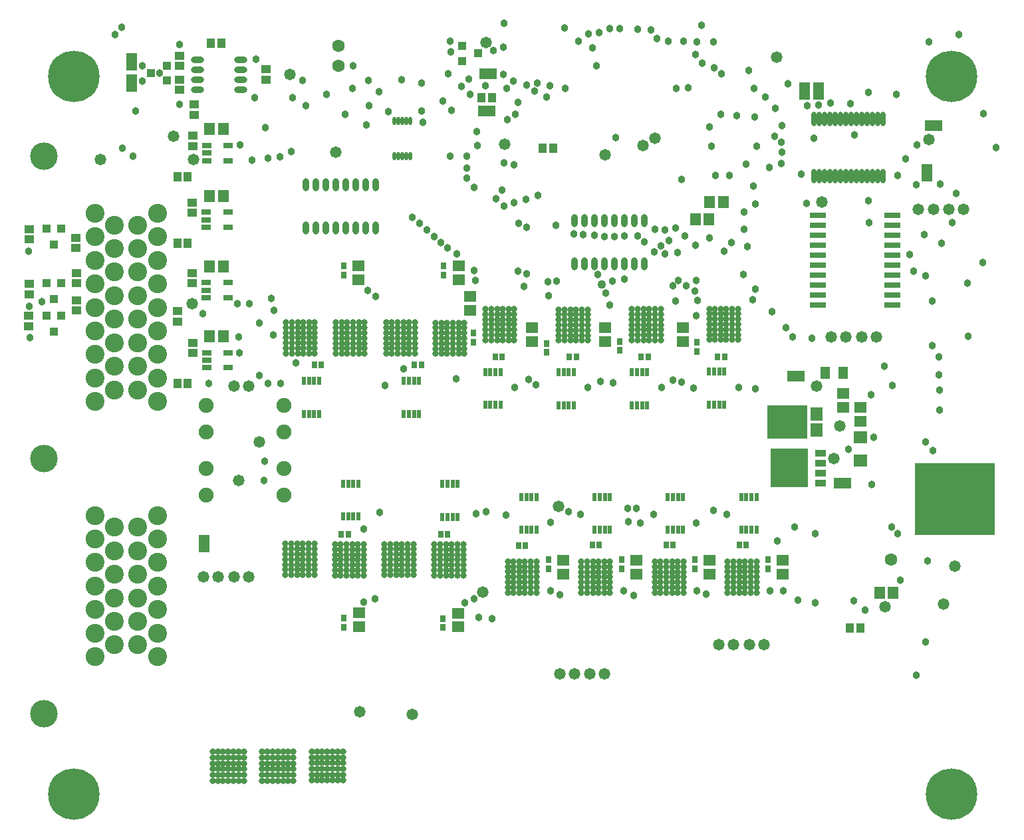
<source format=gbr>
%TF.GenerationSoftware,Altium Limited,Altium Designer,19.0.10 (269)*%
G04 Layer_Color=16711935*
%FSLAX26Y26*%
%MOIN*%
%TF.FileFunction,Soldermask,Bot*%
%TF.Part,Single*%
G01*
G75*
%TA.AperFunction,SMDPad,CuDef*%
%ADD77R,0.043433X0.039496*%
%ADD78O,0.027685X0.072961*%
%ADD79R,0.043433X0.047370*%
%ADD80R,0.061150X0.053276*%
%ADD81R,0.189102X0.193039*%
%ADD82R,0.053276X0.035559*%
%ADD83R,0.059181X0.065087*%
%ADD84R,0.200913X0.171386*%
%ADD85R,0.065087X0.061150*%
%ADD86R,0.039496X0.043433*%
%ADD87R,0.045402X0.041465*%
%ADD88R,0.047370X0.043433*%
%ADD89R,0.024535X0.043000*%
%ADD90R,0.031622X0.033197*%
%ADD91R,0.053276X0.061150*%
%ADD92O,0.031622X0.065087*%
%ADD93R,0.047370X0.031622*%
%ADD94R,0.082803X0.031622*%
%ADD95R,0.041465X0.045402*%
%ADD96O,0.065087X0.031622*%
%ADD97R,0.051307X0.059181*%
%ADD98O,0.017843X0.041465*%
%ADD99R,0.031622X0.037528*%
%ADD100R,0.053276X0.088709*%
%TA.AperFunction,ComponentPad*%
%ADD101C,0.074929*%
%TA.AperFunction,SMDPad,CuDef*%
%ADD102R,0.088709X0.053276*%
%TA.AperFunction,ViaPad*%
%ADD103C,0.258000*%
%TA.AperFunction,ComponentPad*%
%ADD104C,0.137921*%
%ADD105C,0.094614*%
%ADD106C,0.063118*%
%ADD107C,0.019811*%
%TA.AperFunction,SMDPad,CuDef*%
%ADD108R,0.401701X0.362331*%
%TA.AperFunction,ViaPad*%
%ADD109C,0.058000*%
%ADD110C,0.038000*%
%ADD111C,0.043000*%
%ADD112C,0.033000*%
%ADD113C,0.063000*%
D77*
X687630Y3917000D02*
D03*
X766370Y3879599D02*
D03*
Y3954402D02*
D03*
X2326370Y4016000D02*
D03*
X2247630Y4053401D02*
D03*
Y3978598D02*
D03*
D78*
X4010433Y3686717D02*
D03*
X4037047D02*
D03*
X4063661D02*
D03*
X4090276D02*
D03*
X4116890D02*
D03*
X4143504D02*
D03*
X4170118D02*
D03*
X4196732D02*
D03*
X4223346D02*
D03*
X4249961D02*
D03*
X4276575D02*
D03*
X4303189D02*
D03*
X4329803D02*
D03*
X4356417D02*
D03*
X4010433Y3401284D02*
D03*
X4037047D02*
D03*
X4063661D02*
D03*
X4090276D02*
D03*
X4116890D02*
D03*
X4143504D02*
D03*
X4170118D02*
D03*
X4196732D02*
D03*
X4223346D02*
D03*
X4249961D02*
D03*
X4276575D02*
D03*
X4303189D02*
D03*
X4329803D02*
D03*
X4356417D02*
D03*
D79*
X2345410Y3794638D02*
D03*
X2398559D02*
D03*
X2704575Y3542000D02*
D03*
X2651425D02*
D03*
X4242575Y1134356D02*
D03*
X4189425D02*
D03*
D80*
X2598291Y2639449D02*
D03*
Y2570551D02*
D03*
X2287000Y2797449D02*
D03*
Y2728551D02*
D03*
X4242966Y2172281D02*
D03*
Y2241179D02*
D03*
X4156184Y2241281D02*
D03*
Y2310179D02*
D03*
X2753200Y1473449D02*
D03*
Y1404551D02*
D03*
X2965713Y2570445D02*
D03*
Y2639343D02*
D03*
X3855464Y1473449D02*
D03*
Y1404551D02*
D03*
X2230502Y2949449D02*
D03*
Y2880551D02*
D03*
X1729065Y2949449D02*
D03*
Y2880551D02*
D03*
X2227935Y1139551D02*
D03*
Y1208449D02*
D03*
X1730458Y1140851D02*
D03*
Y1209748D02*
D03*
X3352677Y2571657D02*
D03*
Y2640555D02*
D03*
X3488042Y1473449D02*
D03*
Y1404551D02*
D03*
X3120621Y1473449D02*
D03*
Y1404551D02*
D03*
D81*
X3886104Y1935730D02*
D03*
D82*
X4043584Y1860730D02*
D03*
Y1910730D02*
D03*
Y1960730D02*
D03*
Y2010730D02*
D03*
D83*
X4024000Y2207000D02*
D03*
Y2127000D02*
D03*
D84*
X3878055Y2167000D02*
D03*
D85*
X4243184Y1975264D02*
D03*
Y2091405D02*
D03*
D86*
X201168Y2785000D02*
D03*
X238569Y2863740D02*
D03*
X163766D02*
D03*
X201000Y2621447D02*
D03*
X238401Y2700187D02*
D03*
X163598D02*
D03*
X163766Y3135780D02*
D03*
X238569D02*
D03*
X201168Y3057039D02*
D03*
D87*
X75832Y2648409D02*
D03*
Y2699590D02*
D03*
X314000Y2864409D02*
D03*
Y2915590D02*
D03*
X313000Y2726409D02*
D03*
Y2777590D02*
D03*
X830500Y3885091D02*
D03*
Y3833910D02*
D03*
X894951Y2915590D02*
D03*
Y2864409D02*
D03*
X822000Y2722590D02*
D03*
Y2671409D02*
D03*
X830000Y3952410D02*
D03*
Y4003591D02*
D03*
X312000Y3039410D02*
D03*
Y3090591D02*
D03*
X76000Y2808410D02*
D03*
Y2859591D02*
D03*
Y3082819D02*
D03*
Y3134000D02*
D03*
X895683Y3268787D02*
D03*
Y3217606D02*
D03*
X896817Y2563787D02*
D03*
Y2512606D02*
D03*
Y3603189D02*
D03*
Y3552008D02*
D03*
D88*
X905500Y3759242D02*
D03*
Y3706093D02*
D03*
X1264000Y3936575D02*
D03*
Y3883425D02*
D03*
D89*
X2620877Y1626106D02*
D03*
X2595286D02*
D03*
X2569696D02*
D03*
X2544105D02*
D03*
X2620877Y1791894D02*
D03*
X2595286D02*
D03*
X2569696D02*
D03*
X2544105D02*
D03*
X2988298Y1626106D02*
D03*
X2962707D02*
D03*
X2937117D02*
D03*
X2911526D02*
D03*
X2988298Y1791894D02*
D03*
X2962707D02*
D03*
X2937117D02*
D03*
X2911526D02*
D03*
X3355719Y1626106D02*
D03*
X3330129D02*
D03*
X3304538D02*
D03*
X3278948D02*
D03*
X3355719Y1791894D02*
D03*
X3330129D02*
D03*
X3304538D02*
D03*
X3278948D02*
D03*
X3723141Y1626106D02*
D03*
X3697550D02*
D03*
X3671960D02*
D03*
X3646369D02*
D03*
X3723141Y1791894D02*
D03*
X3697550D02*
D03*
X3671960D02*
D03*
X3646369D02*
D03*
X1530591Y2207106D02*
D03*
X1505000D02*
D03*
X1479409D02*
D03*
X1453819D02*
D03*
X1530591Y2372894D02*
D03*
X1505000D02*
D03*
X1479409D02*
D03*
X1453819D02*
D03*
X3485000Y2419000D02*
D03*
X3510591D02*
D03*
X3536181D02*
D03*
X3561772D02*
D03*
X3485000Y2253213D02*
D03*
X3510591D02*
D03*
X3536181D02*
D03*
X3561772D02*
D03*
X3098035Y2417787D02*
D03*
X3123626D02*
D03*
X3149217D02*
D03*
X3174807D02*
D03*
X3098035Y2252000D02*
D03*
X3123626D02*
D03*
X3149217D02*
D03*
X3174807D02*
D03*
X2730614Y2417894D02*
D03*
X2756205D02*
D03*
X2781795D02*
D03*
X2807386D02*
D03*
X2730614Y2252106D02*
D03*
X2756205D02*
D03*
X2781795D02*
D03*
X2807386D02*
D03*
X2363193Y2418364D02*
D03*
X2388784D02*
D03*
X2414374D02*
D03*
X2439965D02*
D03*
X2363193Y2252577D02*
D03*
X2388784D02*
D03*
X2414374D02*
D03*
X2439965D02*
D03*
X2032028Y2207106D02*
D03*
X2006437D02*
D03*
X1980847D02*
D03*
X1955256D02*
D03*
X2032028Y2372894D02*
D03*
X2006437D02*
D03*
X1980847D02*
D03*
X1955256D02*
D03*
X1727909Y1692406D02*
D03*
X1702319D02*
D03*
X1676728D02*
D03*
X1651138D02*
D03*
X1727909Y1858193D02*
D03*
X1702319D02*
D03*
X1676728D02*
D03*
X1651138D02*
D03*
X2225386Y1691106D02*
D03*
X2199795D02*
D03*
X2174205D02*
D03*
X2148614D02*
D03*
X2225386Y1856894D02*
D03*
X2199795D02*
D03*
X2174205D02*
D03*
X2148614D02*
D03*
D90*
X1676846Y1605299D02*
D03*
X1642201D02*
D03*
X2174323Y1604000D02*
D03*
X2139677D02*
D03*
X2529677Y1546000D02*
D03*
X2564323D02*
D03*
X2900677Y1550000D02*
D03*
X2935323D02*
D03*
X3270677Y1551352D02*
D03*
X3305323D02*
D03*
X3636677D02*
D03*
X3671323D02*
D03*
X1507677Y2455000D02*
D03*
X1542323D02*
D03*
X2447323Y2493118D02*
D03*
X2412677D02*
D03*
X3563323Y2493754D02*
D03*
X3528677D02*
D03*
X3180323Y2492541D02*
D03*
X3145677D02*
D03*
X2819323Y2492648D02*
D03*
X2784677D02*
D03*
X2009114Y2455000D02*
D03*
X2043760D02*
D03*
D91*
X3485449Y3183000D02*
D03*
X3416551D02*
D03*
X3488551Y3271000D02*
D03*
X3557449D02*
D03*
X4339551Y1311000D02*
D03*
X4408449D02*
D03*
X980551Y2948648D02*
D03*
X1049449D02*
D03*
X982417Y2596845D02*
D03*
X1051315D02*
D03*
X981284Y3301845D02*
D03*
X1050181D02*
D03*
X982417Y3636246D02*
D03*
X1051315D02*
D03*
D92*
X3161000Y2961716D02*
D03*
X3111000D02*
D03*
X3061000D02*
D03*
X3011000D02*
D03*
X2961000D02*
D03*
X2911000D02*
D03*
X2861000D02*
D03*
X2811000D02*
D03*
X3161000Y3176283D02*
D03*
X3111000D02*
D03*
X3061000D02*
D03*
X3011000D02*
D03*
X2961000D02*
D03*
X2911000D02*
D03*
X2861000D02*
D03*
X2811000D02*
D03*
X1815000Y3142069D02*
D03*
X1765000D02*
D03*
X1715000D02*
D03*
X1665000D02*
D03*
X1615000D02*
D03*
X1565000D02*
D03*
X1515000D02*
D03*
X1465000D02*
D03*
X1815000Y3356636D02*
D03*
X1765000D02*
D03*
X1715000D02*
D03*
X1665000D02*
D03*
X1615000D02*
D03*
X1565000D02*
D03*
X1515000D02*
D03*
X1465000D02*
D03*
D93*
X965000Y2791000D02*
D03*
Y2828402D02*
D03*
Y2865803D02*
D03*
X1073268D02*
D03*
Y2791000D02*
D03*
X966866Y2439197D02*
D03*
Y2476599D02*
D03*
Y2514000D02*
D03*
X1075134D02*
D03*
Y2439197D02*
D03*
X965732Y3144197D02*
D03*
Y3181599D02*
D03*
Y3219000D02*
D03*
X1074000D02*
D03*
Y3144197D02*
D03*
X966866Y3478598D02*
D03*
Y3516000D02*
D03*
Y3553401D02*
D03*
X1075134D02*
D03*
Y3478598D02*
D03*
D94*
X4030565Y2755000D02*
D03*
Y2805000D02*
D03*
Y2855000D02*
D03*
Y2905000D02*
D03*
Y2955000D02*
D03*
Y3005000D02*
D03*
Y3055000D02*
D03*
Y3105000D02*
D03*
Y3155000D02*
D03*
Y3205000D02*
D03*
X4404581Y2755000D02*
D03*
Y2805000D02*
D03*
Y2855000D02*
D03*
Y2905000D02*
D03*
Y2955000D02*
D03*
Y3005000D02*
D03*
Y3055000D02*
D03*
Y3105000D02*
D03*
Y3155000D02*
D03*
Y3205000D02*
D03*
D95*
X988409Y4068829D02*
D03*
X1039591D02*
D03*
X819276Y3064000D02*
D03*
X870457D02*
D03*
X820409Y2359000D02*
D03*
X871591D02*
D03*
X820409Y3398401D02*
D03*
X871591D02*
D03*
D96*
X1136284Y3985000D02*
D03*
Y3935000D02*
D03*
Y3885000D02*
D03*
Y3835000D02*
D03*
X921717Y3985000D02*
D03*
Y3935000D02*
D03*
Y3885000D02*
D03*
Y3835000D02*
D03*
D97*
X4156460Y2414694D02*
D03*
X4065909D02*
D03*
D98*
X1987370Y3501401D02*
D03*
X1967685D02*
D03*
X1948000D02*
D03*
X1928315D02*
D03*
X1908630D02*
D03*
X1987370Y3676598D02*
D03*
X1967685D02*
D03*
X1948000D02*
D03*
X1928315D02*
D03*
X1908630D02*
D03*
D99*
X2679814Y1431362D02*
D03*
Y1476638D02*
D03*
X2671000Y2516385D02*
D03*
Y2561661D02*
D03*
X3037730Y2526362D02*
D03*
Y2571638D02*
D03*
X3782078Y1431362D02*
D03*
Y1476638D02*
D03*
X2155148Y2905000D02*
D03*
Y2950276D02*
D03*
X1653711Y2905000D02*
D03*
Y2950276D02*
D03*
X2152000Y1181638D02*
D03*
Y1136362D02*
D03*
X1654523Y1182937D02*
D03*
Y1137661D02*
D03*
X3424695Y2521067D02*
D03*
Y2566343D02*
D03*
X2304256Y2567832D02*
D03*
Y2613108D02*
D03*
X3414657Y1431362D02*
D03*
Y1476638D02*
D03*
X3047235Y1431362D02*
D03*
Y1476638D02*
D03*
D100*
X592000Y3973500D02*
D03*
Y3868500D02*
D03*
X953102Y1557000D02*
D03*
X4034425Y3826000D02*
D03*
X3965425D02*
D03*
X4578000Y3416000D02*
D03*
D101*
X964724Y1933022D02*
D03*
X1355276D02*
D03*
X964724Y1799163D02*
D03*
X1355276D02*
D03*
X964449Y2250000D02*
D03*
X1355000D02*
D03*
X964449Y2116142D02*
D03*
X1355000D02*
D03*
D102*
X2376000Y3913000D02*
D03*
X3922000Y2396000D02*
D03*
X4153619Y1860730D02*
D03*
X4610000Y3653000D02*
D03*
X2371000Y3726000D02*
D03*
D103*
X4700000Y3900000D02*
D03*
Y300000D02*
D03*
X300000D02*
D03*
Y3900000D02*
D03*
D104*
X150000Y3500000D02*
D03*
Y1984252D02*
D03*
Y704724D02*
D03*
D105*
X720866Y990158D02*
D03*
Y1108268D02*
D03*
Y1226378D02*
D03*
Y1344488D02*
D03*
Y1462599D02*
D03*
Y1580709D02*
D03*
Y1698819D02*
D03*
X622441Y1049213D02*
D03*
Y1167323D02*
D03*
Y1285433D02*
D03*
Y1403543D02*
D03*
Y1521654D02*
D03*
Y1639764D02*
D03*
X504331Y1049213D02*
D03*
Y1167323D02*
D03*
Y1285433D02*
D03*
Y1403543D02*
D03*
Y1521654D02*
D03*
Y1639764D02*
D03*
X405906Y990158D02*
D03*
Y1108268D02*
D03*
Y1226378D02*
D03*
Y1344488D02*
D03*
Y1462599D02*
D03*
Y1580709D02*
D03*
Y1698819D02*
D03*
Y3214567D02*
D03*
Y3096457D02*
D03*
Y2978347D02*
D03*
Y2860236D02*
D03*
Y2742126D02*
D03*
Y2624016D02*
D03*
Y2505905D02*
D03*
Y2387795D02*
D03*
Y2269685D02*
D03*
X504331Y3155512D02*
D03*
Y3037402D02*
D03*
Y2919291D02*
D03*
Y2801181D02*
D03*
Y2683071D02*
D03*
Y2564961D02*
D03*
Y2446850D02*
D03*
Y2328740D02*
D03*
X622441Y3155512D02*
D03*
Y3037402D02*
D03*
Y2919291D02*
D03*
Y2801181D02*
D03*
Y2683071D02*
D03*
Y2564961D02*
D03*
Y2446850D02*
D03*
Y2328740D02*
D03*
X720866Y3214567D02*
D03*
Y3096457D02*
D03*
Y2978347D02*
D03*
Y2860236D02*
D03*
Y2742126D02*
D03*
Y2624016D02*
D03*
Y2505905D02*
D03*
Y2387795D02*
D03*
Y2269685D02*
D03*
D106*
X1628000Y3953449D02*
D03*
Y4053449D02*
D03*
D107*
X4740512Y1780000D02*
D03*
Y1827244D02*
D03*
Y1874488D02*
D03*
Y1921732D02*
D03*
Y1732756D02*
D03*
Y1685512D02*
D03*
Y1638268D02*
D03*
X4787756D02*
D03*
Y1685512D02*
D03*
Y1732756D02*
D03*
Y1921732D02*
D03*
Y1874488D02*
D03*
Y1827244D02*
D03*
Y1780000D02*
D03*
X4835000Y1638268D02*
D03*
Y1685512D02*
D03*
Y1732756D02*
D03*
Y1921732D02*
D03*
Y1874488D02*
D03*
Y1827244D02*
D03*
Y1780000D02*
D03*
X4882244Y1638268D02*
D03*
Y1685512D02*
D03*
Y1732756D02*
D03*
Y1921732D02*
D03*
Y1874488D02*
D03*
Y1827244D02*
D03*
Y1780000D02*
D03*
X4693268Y1638268D02*
D03*
Y1685512D02*
D03*
Y1732756D02*
D03*
Y1921732D02*
D03*
Y1874488D02*
D03*
Y1827244D02*
D03*
Y1780000D02*
D03*
X4646024Y1638268D02*
D03*
Y1685512D02*
D03*
Y1732756D02*
D03*
Y1921732D02*
D03*
Y1874488D02*
D03*
Y1827244D02*
D03*
Y1780000D02*
D03*
X4598780Y1638268D02*
D03*
Y1685512D02*
D03*
Y1732756D02*
D03*
Y1921732D02*
D03*
Y1874488D02*
D03*
Y1827244D02*
D03*
Y1780000D02*
D03*
X4551535Y1638268D02*
D03*
Y1685512D02*
D03*
Y1732756D02*
D03*
Y1921732D02*
D03*
Y1874488D02*
D03*
Y1827244D02*
D03*
Y1780000D02*
D03*
D108*
X4716890D02*
D03*
D109*
X4141500Y2148000D02*
D03*
X434000Y3484000D02*
D03*
X1103038Y2346000D02*
D03*
X1177038D02*
D03*
X951000Y1389000D02*
D03*
X1025000D02*
D03*
X1177450D02*
D03*
X1103450D02*
D03*
X2736000Y904000D02*
D03*
X2810000D02*
D03*
X2962450D02*
D03*
X2888450D02*
D03*
X3533584Y1051000D02*
D03*
X3607584D02*
D03*
X3760034D02*
D03*
X3686034D02*
D03*
X4097803Y2594000D02*
D03*
X4171803D02*
D03*
X4324254D02*
D03*
X4250254D02*
D03*
X4688000Y3233000D02*
D03*
X4762000D02*
D03*
X4609550D02*
D03*
X4535550D02*
D03*
X1615000Y3520000D02*
D03*
X1229510Y2066000D02*
D03*
X1128000Y1875000D02*
D03*
X894000Y2759000D02*
D03*
X902000Y3485000D02*
D03*
X802000Y3600000D02*
D03*
X2731000Y1743570D02*
D03*
X2459909Y3561000D02*
D03*
X2368000Y4071000D02*
D03*
X3823000Y3997000D02*
D03*
X2963000Y3506000D02*
D03*
X3213643Y3589000D02*
D03*
X4050000Y3269000D02*
D03*
X4587000Y3585000D02*
D03*
X4111000Y1985000D02*
D03*
X4367000Y1239000D02*
D03*
X2352000Y1314000D02*
D03*
X1998000Y700000D02*
D03*
X1384000Y3911000D02*
D03*
X4662000Y1253000D02*
D03*
X4716890Y1443000D02*
D03*
X3153000Y3552795D02*
D03*
X4023000Y2346000D02*
D03*
X1733000Y714000D02*
D03*
D110*
X731000Y3917000D02*
D03*
X645030Y3954500D02*
D03*
X644000Y3878500D02*
D03*
X541500Y4146500D02*
D03*
X610000Y3726000D02*
D03*
X829500Y3760500D02*
D03*
Y4061000D02*
D03*
X78500Y2746500D02*
D03*
X3656485Y2908015D02*
D03*
X3076500Y1734000D02*
D03*
X4784500Y2597500D02*
D03*
X4604500Y2551000D02*
D03*
X1399000Y3795000D02*
D03*
X4311000Y2090000D02*
D03*
X3012000Y3096245D02*
D03*
X2969000Y2815000D02*
D03*
X2928000Y2906024D02*
D03*
X1774685Y2826000D02*
D03*
X949000Y2710000D02*
D03*
X2690000Y1663328D02*
D03*
X2260263Y1260000D02*
D03*
X2363000Y3855000D02*
D03*
X2454000Y3910000D02*
D03*
X2760000Y4144000D02*
D03*
X2459000Y4166000D02*
D03*
X2403000Y4029000D02*
D03*
X2288000Y3811000D02*
D03*
X3787000Y3444000D02*
D03*
X3847000Y3465000D02*
D03*
X4034000Y3757000D02*
D03*
X4093000Y3768000D02*
D03*
X3977000Y3754000D02*
D03*
X1206000Y3794000D02*
D03*
X1449000Y3879000D02*
D03*
X1778000Y3880000D02*
D03*
X1780000Y3755000D02*
D03*
X1699000Y3840000D02*
D03*
X1700409Y3954410D02*
D03*
X2177000Y3913000D02*
D03*
X2195400Y3729000D02*
D03*
X2050000Y3672000D02*
D03*
X2472000Y3841000D02*
D03*
X2281000Y3887000D02*
D03*
X2192000Y4024000D02*
D03*
X1214000Y3986000D02*
D03*
X4645000Y3361000D02*
D03*
X4010000Y3589000D02*
D03*
X3509000Y4074000D02*
D03*
X3715000Y3696000D02*
D03*
X3498000Y3550000D02*
D03*
X2682000Y2801181D02*
D03*
X3716000Y3259000D02*
D03*
Y2334000D02*
D03*
X3802000Y2720000D02*
D03*
X3705000Y2781000D02*
D03*
X3062000Y2884000D02*
D03*
X2940000Y2371000D02*
D03*
X3002000Y2875000D02*
D03*
X2782000Y1717000D02*
D03*
X2366000D02*
D03*
X2318000Y1707000D02*
D03*
X2716000Y3155000D02*
D03*
X2678000Y2869000D02*
D03*
X2720000Y2875000D02*
D03*
X3670000Y3459000D02*
D03*
X2416000Y3286000D02*
D03*
X2571000Y3143000D02*
D03*
X2508000Y3268000D02*
D03*
X2567000Y3284000D02*
D03*
X2506000Y3458000D02*
D03*
X2456000Y3467000D02*
D03*
X3409000Y2338000D02*
D03*
X3331000Y2878000D02*
D03*
X3265000Y3011000D02*
D03*
X3285000Y3078000D02*
D03*
X3543600Y3709000D02*
D03*
X2151000Y3777000D02*
D03*
X2270000Y3441000D02*
D03*
X3625000Y3703000D02*
D03*
X3547000Y3914000D02*
D03*
X4425000Y3811000D02*
D03*
X3487000Y3646000D02*
D03*
X3848000Y3571000D02*
D03*
X3586000Y3405000D02*
D03*
X3723000Y3550000D02*
D03*
X2764000Y3842000D02*
D03*
X2671000Y3796000D02*
D03*
X2569696Y3858000D02*
D03*
X2625000Y3867000D02*
D03*
X2686000Y3855000D02*
D03*
X3322000Y3840000D02*
D03*
X2572000Y2909000D02*
D03*
X3712000Y3842000D02*
D03*
X3716000Y2833000D02*
D03*
X3421000Y2701000D02*
D03*
X543500Y3541000D02*
D03*
X3037000Y4141000D02*
D03*
X2882000Y4115000D02*
D03*
X2934000Y4120000D02*
D03*
X2902000Y4044000D02*
D03*
X2187000Y4078000D02*
D03*
X2616000Y2354000D02*
D03*
X2580000Y2380000D02*
D03*
X4586000Y4075000D02*
D03*
X3305000Y2376000D02*
D03*
X3160000Y3069000D02*
D03*
X2989000Y2753000D02*
D03*
X3081000Y1666000D02*
D03*
X3142000Y1660000D02*
D03*
X3413000Y2824000D02*
D03*
X3420000Y1662000D02*
D03*
X3212000Y3022000D02*
D03*
X3319000Y2773000D02*
D03*
X3245000Y3049000D02*
D03*
X3126000Y3100000D02*
D03*
X3213000Y3133000D02*
D03*
X3828000Y1570000D02*
D03*
X2910000Y3103000D02*
D03*
X2855000Y3106000D02*
D03*
X2808000Y3111000D02*
D03*
X3419000Y3054000D02*
D03*
X3363000Y3100000D02*
D03*
X3316000Y3139000D02*
D03*
X3328843Y3016000D02*
D03*
X3265000Y3131000D02*
D03*
X3381000Y3843000D02*
D03*
X3447000Y4158000D02*
D03*
X4738000Y4112000D02*
D03*
X4607000Y2025000D02*
D03*
X4570000Y2066000D02*
D03*
X3120000Y1735000D02*
D03*
X4527000Y3556000D02*
D03*
X4470000Y3486000D02*
D03*
X3851000Y3520000D02*
D03*
X4925000Y3543000D02*
D03*
X4300000Y1854500D02*
D03*
X4400000Y1641000D02*
D03*
X3914236D02*
D03*
X3507000Y1725000D02*
D03*
X3371000Y2850000D02*
D03*
X2558000Y2848000D02*
D03*
X3428386Y2776106D02*
D03*
X3768000Y3796000D02*
D03*
X3817000Y3741000D02*
D03*
X3852000Y3654000D02*
D03*
X3973000Y3263000D02*
D03*
X3814000Y3602000D02*
D03*
X3679000Y3046000D02*
D03*
X3489000Y3090000D02*
D03*
X2531000Y3164000D02*
D03*
X3903000Y2594000D02*
D03*
X3872000Y2642000D02*
D03*
X4001000Y2588000D02*
D03*
X2219000Y2385000D02*
D03*
X2331000Y1186000D02*
D03*
X3195112Y4134500D02*
D03*
X3510000Y3945000D02*
D03*
X3451000Y3967000D02*
D03*
X3416000Y4009000D02*
D03*
X3423000Y4074000D02*
D03*
X3357000Y4076000D02*
D03*
X3281000Y4077000D02*
D03*
X3225000Y4090000D02*
D03*
X3126000Y4136000D02*
D03*
X599000Y3499000D02*
D03*
X2920000Y3954410D02*
D03*
X2987000Y4139000D02*
D03*
X507139Y4109000D02*
D03*
X3685000Y3930000D02*
D03*
X2505000Y3876000D02*
D03*
X3516000Y3403000D02*
D03*
X3346000Y3384000D02*
D03*
X4861000Y3715000D02*
D03*
X4432000Y1607000D02*
D03*
X4211000Y1272000D02*
D03*
X2447000Y3329000D02*
D03*
X3559281Y3024000D02*
D03*
X2457711Y3251000D02*
D03*
X2627000Y3304000D02*
D03*
X3060000Y3099000D02*
D03*
X2962000Y3097000D02*
D03*
X3659597Y3221000D02*
D03*
X3660000Y3134000D02*
D03*
X3598000Y3068000D02*
D03*
X2526000Y2924000D02*
D03*
X4444000Y1375000D02*
D03*
X1339000Y2361000D02*
D03*
X1953000Y2434000D02*
D03*
X4523000Y897000D02*
D03*
X4582000Y1469000D02*
D03*
X3946000Y3410000D02*
D03*
X3880000Y3864000D02*
D03*
X4524000Y3356000D02*
D03*
X2475000Y3685000D02*
D03*
X2515000Y3712000D02*
D03*
X2527000Y3770000D02*
D03*
X2610000Y3827000D02*
D03*
X2398000Y1179000D02*
D03*
X1754000Y1263000D02*
D03*
X1811000Y1282000D02*
D03*
X2511491Y2341470D02*
D03*
X2878912Y2341000D02*
D03*
X3246334Y2340894D02*
D03*
X3633298Y2342106D02*
D03*
X3574843Y1703000D02*
D03*
X3207421D02*
D03*
X2840000D02*
D03*
X2469000Y1700000D02*
D03*
X3303000Y2849000D02*
D03*
X3349000Y2367000D02*
D03*
X4642000Y2228000D02*
D03*
X3005000Y2364000D02*
D03*
X4642000Y2326000D02*
D03*
X4298500Y2305500D02*
D03*
X4639000Y2404000D02*
D03*
Y2495000D02*
D03*
X4287000Y3167000D02*
D03*
X4284000Y3276000D02*
D03*
X3016000Y3594000D02*
D03*
X3708000Y3349000D02*
D03*
X4725000Y3315000D02*
D03*
X4570000Y1063000D02*
D03*
X4269000Y1225000D02*
D03*
X2044000Y3868000D02*
D03*
X4019000Y1608000D02*
D03*
Y1262000D02*
D03*
X3932000Y1274000D02*
D03*
X2831000Y4077000D02*
D03*
X2455000Y4046000D02*
D03*
X2245000Y3852000D02*
D03*
X4214000Y3607000D02*
D03*
X4285000Y3819000D02*
D03*
X4195000Y3764000D02*
D03*
X4432000Y3403000D02*
D03*
X4603000Y2775000D02*
D03*
X4492000Y3008000D02*
D03*
X4512000Y2924000D02*
D03*
X4571000Y2901000D02*
D03*
X4563000Y3108000D02*
D03*
X3421000Y2876636D02*
D03*
X4858000Y2966000D02*
D03*
X3859000Y1320000D02*
D03*
X4650000Y3063000D02*
D03*
X4781000Y2863000D02*
D03*
X3472000Y1303000D02*
D03*
X4704000Y3167000D02*
D03*
X3108000Y1298000D02*
D03*
X2739000Y1300000D02*
D03*
X2043000Y3727000D02*
D03*
X1878000Y3724000D02*
D03*
X2308000Y3343000D02*
D03*
X2270000Y3389000D02*
D03*
X2308000Y2926000D02*
D03*
X2314000Y2878000D02*
D03*
X3792264Y1321151D02*
D03*
X3424843D02*
D03*
X3057421D02*
D03*
X2690000D02*
D03*
X1860000Y2350000D02*
D03*
X4363000Y2448000D02*
D03*
X4405000Y2349000D02*
D03*
X1390800Y3524000D02*
D03*
X1134000Y3557000D02*
D03*
X1195000Y3480000D02*
D03*
X1122000Y2760000D02*
D03*
X1182000Y2759000D02*
D03*
X1132000Y2514000D02*
D03*
X2308477Y1280701D02*
D03*
X2174205Y3039000D02*
D03*
X2221000Y3012000D02*
D03*
X2324000Y3553000D02*
D03*
X1835000Y1714000D02*
D03*
X1414000Y2464000D02*
D03*
X1754000Y1632000D02*
D03*
X81000Y2590000D02*
D03*
X2322000Y3624000D02*
D03*
X1274000Y3492000D02*
D03*
X2142000Y3067000D02*
D03*
X2106000Y3097000D02*
D03*
X2070000Y3131000D02*
D03*
X2034000Y3165000D02*
D03*
X1999000Y3195000D02*
D03*
X1831000Y3824000D02*
D03*
X2270000Y3500000D02*
D03*
X1299755Y2603000D02*
D03*
X1815000Y2798000D02*
D03*
X2189000Y3501000D02*
D03*
X1305000Y2726000D02*
D03*
X140000Y2772000D02*
D03*
X75000Y3023000D02*
D03*
X1662000Y3712000D02*
D03*
X1566000Y3810000D02*
D03*
X1126000Y2594000D02*
D03*
X1944000Y3883000D02*
D03*
X1464000Y3755000D02*
D03*
X1766000Y3656000D02*
D03*
X1334000Y3497000D02*
D03*
X1230000Y2402000D02*
D03*
X1274000Y2359000D02*
D03*
X1262000Y3645000D02*
D03*
X1290000Y2786000D02*
D03*
X1230000Y2665000D02*
D03*
X1255000Y1875000D02*
D03*
X1256000Y1971000D02*
D03*
X978000Y2361000D02*
D03*
X4184000Y2032000D02*
D03*
D111*
X2948976Y2856342D02*
D03*
D112*
X3099000Y2707000D02*
D03*
Y2629000D02*
D03*
Y2655000D02*
D03*
Y2681000D02*
D03*
X3127800Y2707000D02*
D03*
Y2681000D02*
D03*
Y2629000D02*
D03*
X3099000Y2603000D02*
D03*
X3921200Y2233000D02*
D03*
X3950000D02*
D03*
X3892400D02*
D03*
X3921200Y2207000D02*
D03*
X3863600Y2233000D02*
D03*
X3834800D02*
D03*
X3214200Y2733000D02*
D03*
X3185400D02*
D03*
X3214200Y2707000D02*
D03*
X3185400D02*
D03*
X3214200Y2681000D02*
D03*
X3185400D02*
D03*
X3214200Y2655000D02*
D03*
X3185400D02*
D03*
X3214200Y2629000D02*
D03*
X3185400D02*
D03*
X3214200Y2603000D02*
D03*
X3185400D02*
D03*
X3214200Y2577000D02*
D03*
X3243000Y2733000D02*
D03*
X3357643Y1415000D02*
D03*
Y1441000D02*
D03*
X3328843D02*
D03*
Y1467000D02*
D03*
X3213643D02*
D03*
X2960200D02*
D03*
Y1441000D02*
D03*
X2989000Y1415000D02*
D03*
Y1441000D02*
D03*
Y1467000D02*
D03*
X2960200Y1415000D02*
D03*
X2931400Y1441000D02*
D03*
X2902600D02*
D03*
X2931400Y1415000D02*
D03*
X2902600D02*
D03*
X2873800D02*
D03*
X3814000Y1910000D02*
D03*
Y1858000D02*
D03*
X3842800Y1910000D02*
D03*
X3814000Y1884000D02*
D03*
X3842800Y1858000D02*
D03*
X3871600Y1910000D02*
D03*
X3842800Y1884000D02*
D03*
X3871600Y1858000D02*
D03*
X3900400Y1910000D02*
D03*
X3871600Y1884000D02*
D03*
X3900400Y1858000D02*
D03*
X3929200Y1910000D02*
D03*
X3900400Y1884000D02*
D03*
X3929200Y1858000D02*
D03*
X3958000Y1910000D02*
D03*
X3929200Y1884000D02*
D03*
X3958000Y1858000D02*
D03*
X2142800Y2535000D02*
D03*
Y2509000D02*
D03*
X2114000Y2587000D02*
D03*
X2142800Y2561000D02*
D03*
X2114000Y2509000D02*
D03*
Y2535000D02*
D03*
X2229200Y2509000D02*
D03*
X2200400D02*
D03*
X2171600D02*
D03*
X2200400Y2561000D02*
D03*
Y2535000D02*
D03*
X2171600Y2613000D02*
D03*
X2200400Y2587000D02*
D03*
X2171600Y2535000D02*
D03*
Y2561000D02*
D03*
Y2587000D02*
D03*
X2142800Y2639000D02*
D03*
Y2587000D02*
D03*
Y2613000D02*
D03*
X2114000Y2665000D02*
D03*
Y2613000D02*
D03*
X2142800Y2665000D02*
D03*
X2114000Y2639000D02*
D03*
X2365000Y2630000D02*
D03*
Y2682000D02*
D03*
Y2708000D02*
D03*
Y2656000D02*
D03*
X2393800Y2630000D02*
D03*
X1982200Y2510000D02*
D03*
X3243000Y2577000D02*
D03*
Y2603000D02*
D03*
Y2629000D02*
D03*
Y2655000D02*
D03*
Y2681000D02*
D03*
Y2707000D02*
D03*
X3185400Y2577000D02*
D03*
X2960200Y1337000D02*
D03*
Y1311000D02*
D03*
X2989000Y1389000D02*
D03*
X2960200Y1363000D02*
D03*
X2989000Y1311000D02*
D03*
Y1337000D02*
D03*
X2931400Y1311000D02*
D03*
X2902600D02*
D03*
X2931400Y1337000D02*
D03*
X2989000Y1363000D02*
D03*
X2845000D02*
D03*
Y1311000D02*
D03*
Y1337000D02*
D03*
X2873800Y1389000D02*
D03*
Y1311000D02*
D03*
Y1337000D02*
D03*
Y1363000D02*
D03*
X2902600D02*
D03*
Y1337000D02*
D03*
Y1389000D02*
D03*
X2960200D02*
D03*
X2931400D02*
D03*
Y1363000D02*
D03*
Y1467000D02*
D03*
X2845000Y1441000D02*
D03*
Y1389000D02*
D03*
Y1467000D02*
D03*
Y1415000D02*
D03*
X2873800Y1441000D02*
D03*
X2902600Y1467000D02*
D03*
X2873800D02*
D03*
X3127800Y2603000D02*
D03*
Y2577000D02*
D03*
X3099000D02*
D03*
X3156600D02*
D03*
X2818400Y2576000D02*
D03*
X2789600D02*
D03*
X2760800D02*
D03*
X2789600Y2602000D02*
D03*
X2760800D02*
D03*
X2732000D02*
D03*
X2760800Y2654000D02*
D03*
Y2628000D02*
D03*
Y2680000D02*
D03*
X2732000Y2706000D02*
D03*
X2760800D02*
D03*
X2732000Y2732000D02*
D03*
X2876000Y2628000D02*
D03*
Y2576000D02*
D03*
Y2602000D02*
D03*
X2847200Y2654000D02*
D03*
Y2602000D02*
D03*
Y2576000D02*
D03*
Y2628000D02*
D03*
X2818400Y2680000D02*
D03*
X2847200D02*
D03*
X2876000Y2654000D02*
D03*
Y2680000D02*
D03*
Y2706000D02*
D03*
X3543600Y2579000D02*
D03*
X3958000Y1884000D02*
D03*
X3929200Y1936000D02*
D03*
X3958000D02*
D03*
X3929200Y1962000D02*
D03*
X3958000D02*
D03*
X3929200Y1988000D02*
D03*
X3958000D02*
D03*
X3929200Y2014000D02*
D03*
X3814000Y1936000D02*
D03*
Y2014000D02*
D03*
Y1988000D02*
D03*
X3871600D02*
D03*
X3842800Y1962000D02*
D03*
Y1988000D02*
D03*
X3814000Y1962000D02*
D03*
X3842800Y2014000D02*
D03*
Y1936000D02*
D03*
X3871600D02*
D03*
Y2014000D02*
D03*
X3900400Y1936000D02*
D03*
X3871600Y1962000D02*
D03*
X3900400Y2014000D02*
D03*
Y1988000D02*
D03*
Y1962000D02*
D03*
X3958000Y2014000D02*
D03*
X3834800Y2129000D02*
D03*
Y2103000D02*
D03*
X3863600Y2129000D02*
D03*
X2171600Y2639000D02*
D03*
Y2665000D02*
D03*
X2229200Y2639000D02*
D03*
X2200400Y2665000D02*
D03*
Y2639000D02*
D03*
Y2613000D02*
D03*
X2229200Y2535000D02*
D03*
X2258000Y2587000D02*
D03*
X2229200D02*
D03*
Y2613000D02*
D03*
X2258000D02*
D03*
X2229200Y2561000D02*
D03*
X2258000Y2535000D02*
D03*
Y2561000D02*
D03*
X2114000D02*
D03*
X3806000Y2207000D02*
D03*
Y2129000D02*
D03*
Y2155000D02*
D03*
Y2181000D02*
D03*
X3834800Y2155000D02*
D03*
Y2181000D02*
D03*
Y2207000D02*
D03*
X3863600D02*
D03*
Y2181000D02*
D03*
Y2155000D02*
D03*
X3892400Y2181000D02*
D03*
Y2207000D02*
D03*
X3806000Y2233000D02*
D03*
Y2103000D02*
D03*
X3607800Y1338000D02*
D03*
Y1312000D02*
D03*
X3636600Y1390000D02*
D03*
X3607800Y1364000D02*
D03*
X3636600Y1312000D02*
D03*
Y1338000D02*
D03*
Y1364000D02*
D03*
X3665400Y1416000D02*
D03*
X3694200Y1364000D02*
D03*
X3665400Y1338000D02*
D03*
Y1364000D02*
D03*
Y1390000D02*
D03*
X3694200Y1468000D02*
D03*
X3665400Y1442000D02*
D03*
X3723000Y1416000D02*
D03*
X3694200Y1390000D02*
D03*
Y1416000D02*
D03*
X3723000Y1390000D02*
D03*
X3694200Y1442000D02*
D03*
X3723000D02*
D03*
X3694200Y1338000D02*
D03*
X3665400Y1312000D02*
D03*
X3723000Y1338000D02*
D03*
X3694200Y1312000D02*
D03*
X3723000Y1364000D02*
D03*
X1758000Y2614000D02*
D03*
Y2666000D02*
D03*
Y2640000D02*
D03*
X1729200Y2588000D02*
D03*
Y2666000D02*
D03*
Y2640000D02*
D03*
Y2614000D02*
D03*
X1700400Y2588000D02*
D03*
Y2666000D02*
D03*
Y2614000D02*
D03*
X1671600D02*
D03*
Y2666000D02*
D03*
X1700400Y2640000D02*
D03*
X1867000Y2510000D02*
D03*
X1895800D02*
D03*
X1887800Y1529000D02*
D03*
X1859000D02*
D03*
Y1503000D02*
D03*
Y1555000D02*
D03*
X1365000Y2667000D02*
D03*
X1393800Y2615000D02*
D03*
X1365000Y2589000D02*
D03*
Y2615000D02*
D03*
Y2641000D02*
D03*
Y2563000D02*
D03*
X1393800Y2667000D02*
D03*
X1422600Y2615000D02*
D03*
X1393800Y2589000D02*
D03*
X1451400Y2615000D02*
D03*
X1422600Y2589000D02*
D03*
Y2667000D02*
D03*
Y2641000D02*
D03*
X1393800D02*
D03*
Y2563000D02*
D03*
X1422600D02*
D03*
X1451400Y2667000D02*
D03*
X1480200Y2615000D02*
D03*
X1451400Y2589000D02*
D03*
Y2641000D02*
D03*
Y2563000D02*
D03*
X1480200D02*
D03*
Y2537000D02*
D03*
Y2589000D02*
D03*
X1509000Y2537000D02*
D03*
Y2511000D02*
D03*
X1480200Y2641000D02*
D03*
X1509000Y2589000D02*
D03*
Y2615000D02*
D03*
Y2641000D02*
D03*
X1393800Y2537000D02*
D03*
X1365000D02*
D03*
Y2511000D02*
D03*
X1393800D02*
D03*
X1422600Y2537000D02*
D03*
Y2511000D02*
D03*
X2258000Y2665000D02*
D03*
X2229200D02*
D03*
X2258000Y2639000D02*
D03*
Y2509000D02*
D03*
X1867000Y2588000D02*
D03*
Y2536000D02*
D03*
Y2562000D02*
D03*
Y2614000D02*
D03*
Y2640000D02*
D03*
Y2666000D02*
D03*
X1895800D02*
D03*
Y2640000D02*
D03*
Y2614000D02*
D03*
Y2562000D02*
D03*
Y2536000D02*
D03*
Y2588000D02*
D03*
X1924600Y2666000D02*
D03*
Y2640000D02*
D03*
Y2614000D02*
D03*
Y2562000D02*
D03*
Y2536000D02*
D03*
Y2588000D02*
D03*
Y2510000D02*
D03*
X1953400Y2666000D02*
D03*
Y2640000D02*
D03*
Y2614000D02*
D03*
Y2562000D02*
D03*
Y2536000D02*
D03*
Y2588000D02*
D03*
Y2510000D02*
D03*
X1982200Y2666000D02*
D03*
Y2640000D02*
D03*
Y2614000D02*
D03*
Y2562000D02*
D03*
Y2536000D02*
D03*
Y2588000D02*
D03*
X2011000Y2666000D02*
D03*
Y2640000D02*
D03*
Y2614000D02*
D03*
Y2562000D02*
D03*
Y2536000D02*
D03*
Y2588000D02*
D03*
Y2510000D02*
D03*
X1614000D02*
D03*
Y2588000D02*
D03*
Y2536000D02*
D03*
Y2562000D02*
D03*
Y2614000D02*
D03*
Y2640000D02*
D03*
Y2666000D02*
D03*
X1642800D02*
D03*
Y2640000D02*
D03*
Y2614000D02*
D03*
Y2562000D02*
D03*
Y2536000D02*
D03*
Y2588000D02*
D03*
Y2510000D02*
D03*
X1671600Y2640000D02*
D03*
Y2562000D02*
D03*
Y2536000D02*
D03*
Y2588000D02*
D03*
Y2510000D02*
D03*
X1700400Y2562000D02*
D03*
Y2536000D02*
D03*
Y2510000D02*
D03*
X1729200Y2562000D02*
D03*
Y2536000D02*
D03*
Y2510000D02*
D03*
X1758000Y2562000D02*
D03*
Y2536000D02*
D03*
Y2588000D02*
D03*
Y2510000D02*
D03*
X1451400Y2537000D02*
D03*
Y2511000D02*
D03*
X1480200Y2667000D02*
D03*
Y2511000D02*
D03*
X1509000Y2667000D02*
D03*
Y2563000D02*
D03*
X2109000Y1398000D02*
D03*
Y1476000D02*
D03*
Y1424000D02*
D03*
Y1450000D02*
D03*
Y1502000D02*
D03*
Y1528000D02*
D03*
Y1554000D02*
D03*
X2137800D02*
D03*
Y1528000D02*
D03*
Y1502000D02*
D03*
Y1450000D02*
D03*
Y1424000D02*
D03*
Y1476000D02*
D03*
Y1398000D02*
D03*
X2166600Y1554000D02*
D03*
Y1528000D02*
D03*
Y1502000D02*
D03*
Y1450000D02*
D03*
Y1424000D02*
D03*
Y1476000D02*
D03*
Y1398000D02*
D03*
X2195400Y1554000D02*
D03*
Y1528000D02*
D03*
Y1502000D02*
D03*
Y1450000D02*
D03*
Y1424000D02*
D03*
Y1476000D02*
D03*
Y1398000D02*
D03*
X2224200Y1554000D02*
D03*
Y1528000D02*
D03*
Y1502000D02*
D03*
Y1450000D02*
D03*
Y1424000D02*
D03*
Y1476000D02*
D03*
Y1398000D02*
D03*
X2253000Y1554000D02*
D03*
Y1528000D02*
D03*
Y1502000D02*
D03*
Y1450000D02*
D03*
Y1424000D02*
D03*
Y1476000D02*
D03*
Y1398000D02*
D03*
X1859000Y1399000D02*
D03*
Y1477000D02*
D03*
Y1425000D02*
D03*
Y1451000D02*
D03*
X1887800Y1555000D02*
D03*
Y1503000D02*
D03*
Y1451000D02*
D03*
Y1425000D02*
D03*
Y1477000D02*
D03*
Y1399000D02*
D03*
X1916600Y1555000D02*
D03*
Y1529000D02*
D03*
Y1503000D02*
D03*
Y1451000D02*
D03*
Y1425000D02*
D03*
Y1477000D02*
D03*
Y1399000D02*
D03*
X1945400Y1555000D02*
D03*
Y1529000D02*
D03*
Y1503000D02*
D03*
Y1451000D02*
D03*
Y1425000D02*
D03*
Y1477000D02*
D03*
Y1399000D02*
D03*
X1974200Y1555000D02*
D03*
Y1529000D02*
D03*
Y1503000D02*
D03*
Y1451000D02*
D03*
Y1425000D02*
D03*
Y1477000D02*
D03*
Y1399000D02*
D03*
X2003000Y1555000D02*
D03*
Y1529000D02*
D03*
Y1503000D02*
D03*
Y1451000D02*
D03*
Y1425000D02*
D03*
Y1477000D02*
D03*
Y1399000D02*
D03*
X1610000Y1398000D02*
D03*
Y1476000D02*
D03*
Y1424000D02*
D03*
Y1450000D02*
D03*
Y1502000D02*
D03*
Y1528000D02*
D03*
Y1554000D02*
D03*
X1638800D02*
D03*
Y1528000D02*
D03*
Y1502000D02*
D03*
Y1450000D02*
D03*
Y1424000D02*
D03*
Y1476000D02*
D03*
Y1398000D02*
D03*
X1667600Y1554000D02*
D03*
Y1528000D02*
D03*
Y1502000D02*
D03*
Y1450000D02*
D03*
Y1424000D02*
D03*
Y1476000D02*
D03*
Y1398000D02*
D03*
X1696400Y1554000D02*
D03*
Y1528000D02*
D03*
Y1502000D02*
D03*
Y1450000D02*
D03*
Y1424000D02*
D03*
Y1476000D02*
D03*
Y1398000D02*
D03*
X1725200Y1554000D02*
D03*
Y1528000D02*
D03*
Y1502000D02*
D03*
Y1450000D02*
D03*
Y1424000D02*
D03*
Y1476000D02*
D03*
Y1398000D02*
D03*
X1754000Y1554000D02*
D03*
Y1528000D02*
D03*
Y1502000D02*
D03*
Y1450000D02*
D03*
Y1424000D02*
D03*
Y1476000D02*
D03*
Y1398000D02*
D03*
X1362000Y1400000D02*
D03*
Y1478000D02*
D03*
Y1426000D02*
D03*
Y1452000D02*
D03*
Y1504000D02*
D03*
Y1530000D02*
D03*
Y1556000D02*
D03*
X1390800D02*
D03*
Y1530000D02*
D03*
Y1504000D02*
D03*
Y1452000D02*
D03*
Y1426000D02*
D03*
Y1478000D02*
D03*
Y1400000D02*
D03*
X1419600Y1556000D02*
D03*
Y1530000D02*
D03*
Y1504000D02*
D03*
Y1452000D02*
D03*
Y1426000D02*
D03*
Y1478000D02*
D03*
Y1400000D02*
D03*
X1448400Y1556000D02*
D03*
Y1530000D02*
D03*
Y1504000D02*
D03*
Y1452000D02*
D03*
Y1426000D02*
D03*
Y1478000D02*
D03*
Y1400000D02*
D03*
X1477200Y1556000D02*
D03*
Y1530000D02*
D03*
Y1504000D02*
D03*
Y1452000D02*
D03*
Y1426000D02*
D03*
Y1478000D02*
D03*
Y1400000D02*
D03*
X1506000Y1556000D02*
D03*
Y1530000D02*
D03*
Y1504000D02*
D03*
Y1452000D02*
D03*
Y1426000D02*
D03*
Y1478000D02*
D03*
Y1400000D02*
D03*
X3486000Y2579000D02*
D03*
Y2657000D02*
D03*
Y2605000D02*
D03*
Y2631000D02*
D03*
Y2683000D02*
D03*
Y2709000D02*
D03*
Y2735000D02*
D03*
X3514800D02*
D03*
Y2709000D02*
D03*
Y2683000D02*
D03*
Y2631000D02*
D03*
Y2605000D02*
D03*
Y2657000D02*
D03*
Y2579000D02*
D03*
X3543600Y2735000D02*
D03*
Y2709000D02*
D03*
Y2683000D02*
D03*
Y2631000D02*
D03*
Y2605000D02*
D03*
Y2657000D02*
D03*
X3572400Y2735000D02*
D03*
Y2709000D02*
D03*
Y2683000D02*
D03*
Y2631000D02*
D03*
Y2605000D02*
D03*
Y2657000D02*
D03*
Y2579000D02*
D03*
X3601200Y2735000D02*
D03*
Y2709000D02*
D03*
Y2683000D02*
D03*
Y2631000D02*
D03*
Y2605000D02*
D03*
Y2657000D02*
D03*
Y2579000D02*
D03*
X3630000Y2735000D02*
D03*
Y2709000D02*
D03*
Y2683000D02*
D03*
Y2631000D02*
D03*
Y2605000D02*
D03*
Y2657000D02*
D03*
Y2579000D02*
D03*
X3099000Y2733000D02*
D03*
X3127800D02*
D03*
Y2655000D02*
D03*
X3156600Y2733000D02*
D03*
Y2707000D02*
D03*
Y2681000D02*
D03*
Y2629000D02*
D03*
Y2603000D02*
D03*
Y2655000D02*
D03*
X2732000Y2576000D02*
D03*
Y2654000D02*
D03*
Y2628000D02*
D03*
Y2680000D02*
D03*
X2760800Y2732000D02*
D03*
X2789600D02*
D03*
Y2706000D02*
D03*
Y2680000D02*
D03*
Y2628000D02*
D03*
Y2654000D02*
D03*
X2818400Y2732000D02*
D03*
Y2706000D02*
D03*
Y2628000D02*
D03*
Y2602000D02*
D03*
Y2654000D02*
D03*
X2847200Y2732000D02*
D03*
Y2706000D02*
D03*
X2876000Y2732000D02*
D03*
X2365000Y2578000D02*
D03*
Y2604000D02*
D03*
Y2734000D02*
D03*
X2393800D02*
D03*
Y2708000D02*
D03*
Y2682000D02*
D03*
Y2604000D02*
D03*
Y2656000D02*
D03*
Y2578000D02*
D03*
X2422600Y2734000D02*
D03*
Y2708000D02*
D03*
Y2682000D02*
D03*
Y2630000D02*
D03*
Y2604000D02*
D03*
Y2656000D02*
D03*
Y2578000D02*
D03*
X2451400Y2734000D02*
D03*
Y2708000D02*
D03*
Y2682000D02*
D03*
Y2630000D02*
D03*
Y2604000D02*
D03*
Y2656000D02*
D03*
Y2578000D02*
D03*
X2480200Y2734000D02*
D03*
Y2708000D02*
D03*
Y2682000D02*
D03*
Y2630000D02*
D03*
Y2604000D02*
D03*
Y2656000D02*
D03*
Y2578000D02*
D03*
X2509000Y2734000D02*
D03*
Y2708000D02*
D03*
Y2682000D02*
D03*
Y2630000D02*
D03*
Y2604000D02*
D03*
Y2656000D02*
D03*
Y2578000D02*
D03*
X3579000Y1312000D02*
D03*
Y1390000D02*
D03*
Y1338000D02*
D03*
Y1364000D02*
D03*
Y1416000D02*
D03*
Y1442000D02*
D03*
Y1468000D02*
D03*
X3607800D02*
D03*
Y1442000D02*
D03*
Y1416000D02*
D03*
Y1390000D02*
D03*
X3636600Y1468000D02*
D03*
Y1442000D02*
D03*
Y1416000D02*
D03*
X3665400Y1468000D02*
D03*
X3723000D02*
D03*
Y1312000D02*
D03*
X3213643Y1311000D02*
D03*
Y1389000D02*
D03*
Y1337000D02*
D03*
Y1363000D02*
D03*
Y1415000D02*
D03*
Y1441000D02*
D03*
X3242443Y1467000D02*
D03*
Y1441000D02*
D03*
Y1415000D02*
D03*
Y1363000D02*
D03*
Y1337000D02*
D03*
Y1389000D02*
D03*
Y1311000D02*
D03*
X3271243Y1467000D02*
D03*
Y1441000D02*
D03*
Y1415000D02*
D03*
Y1363000D02*
D03*
Y1337000D02*
D03*
Y1389000D02*
D03*
Y1311000D02*
D03*
X3300043Y1467000D02*
D03*
Y1441000D02*
D03*
Y1415000D02*
D03*
Y1363000D02*
D03*
Y1337000D02*
D03*
Y1389000D02*
D03*
Y1311000D02*
D03*
X3328843Y1415000D02*
D03*
Y1363000D02*
D03*
Y1337000D02*
D03*
Y1389000D02*
D03*
Y1311000D02*
D03*
X3357643Y1467000D02*
D03*
Y1363000D02*
D03*
Y1337000D02*
D03*
Y1389000D02*
D03*
Y1311000D02*
D03*
X2476000Y1312000D02*
D03*
Y1390000D02*
D03*
Y1338000D02*
D03*
Y1364000D02*
D03*
Y1416000D02*
D03*
Y1442000D02*
D03*
Y1468000D02*
D03*
X2504800D02*
D03*
Y1442000D02*
D03*
Y1416000D02*
D03*
Y1364000D02*
D03*
Y1338000D02*
D03*
Y1390000D02*
D03*
Y1312000D02*
D03*
X2533600Y1468000D02*
D03*
Y1442000D02*
D03*
Y1416000D02*
D03*
Y1364000D02*
D03*
Y1338000D02*
D03*
Y1390000D02*
D03*
Y1312000D02*
D03*
X2562400Y1468000D02*
D03*
Y1442000D02*
D03*
Y1416000D02*
D03*
Y1364000D02*
D03*
Y1338000D02*
D03*
Y1390000D02*
D03*
Y1312000D02*
D03*
X2591200Y1468000D02*
D03*
Y1442000D02*
D03*
Y1416000D02*
D03*
Y1364000D02*
D03*
Y1338000D02*
D03*
Y1390000D02*
D03*
Y1312000D02*
D03*
X2620000Y1468000D02*
D03*
Y1442000D02*
D03*
Y1416000D02*
D03*
Y1364000D02*
D03*
Y1338000D02*
D03*
Y1390000D02*
D03*
Y1312000D02*
D03*
X3863600Y2103000D02*
D03*
X3892400Y2155000D02*
D03*
Y2129000D02*
D03*
Y2103000D02*
D03*
X3921200Y2155000D02*
D03*
Y2129000D02*
D03*
Y2181000D02*
D03*
Y2103000D02*
D03*
X3950000Y2207000D02*
D03*
Y2155000D02*
D03*
Y2129000D02*
D03*
Y2181000D02*
D03*
Y2103000D02*
D03*
X1493792Y513520D02*
D03*
X1571792D02*
D03*
X1519792D02*
D03*
X1545792D02*
D03*
X1597792D02*
D03*
X1623792D02*
D03*
X1649792D02*
D03*
Y484720D02*
D03*
X1623792D02*
D03*
X1597792D02*
D03*
X1545792D02*
D03*
X1519792D02*
D03*
X1571792D02*
D03*
X1493792D02*
D03*
X1649792Y455920D02*
D03*
X1623792D02*
D03*
X1597792D02*
D03*
X1545792D02*
D03*
X1519792D02*
D03*
X1571792D02*
D03*
X1493792D02*
D03*
X1649792Y427120D02*
D03*
X1623792D02*
D03*
X1597792D02*
D03*
X1545792D02*
D03*
X1519792D02*
D03*
X1571792D02*
D03*
X1493792D02*
D03*
X1649792Y398320D02*
D03*
X1623792D02*
D03*
X1597792D02*
D03*
X1545792D02*
D03*
X1519792D02*
D03*
X1571792D02*
D03*
X1493792D02*
D03*
X1649792Y369520D02*
D03*
X1623792D02*
D03*
X1597792D02*
D03*
X1545792D02*
D03*
X1519792D02*
D03*
X1571792D02*
D03*
X1493792D02*
D03*
X1245396Y512520D02*
D03*
X1323396D02*
D03*
X1271396D02*
D03*
X1297396D02*
D03*
X1349396D02*
D03*
X1375396D02*
D03*
X1401396D02*
D03*
Y483720D02*
D03*
X1375396D02*
D03*
X1349396D02*
D03*
X1297396D02*
D03*
X1271396D02*
D03*
X1323396D02*
D03*
X1245396D02*
D03*
X1401396Y454920D02*
D03*
X1375396D02*
D03*
X1349396D02*
D03*
X1297396D02*
D03*
X1271396D02*
D03*
X1323396D02*
D03*
X1245396D02*
D03*
X1401396Y426120D02*
D03*
X1375396D02*
D03*
X1349396D02*
D03*
X1297396D02*
D03*
X1271396D02*
D03*
X1323396D02*
D03*
X1245396D02*
D03*
X1401396Y397320D02*
D03*
X1375396D02*
D03*
X1349396D02*
D03*
X1297396D02*
D03*
X1271396D02*
D03*
X1323396D02*
D03*
X1245396D02*
D03*
X1401396Y368520D02*
D03*
X1375396D02*
D03*
X1349396D02*
D03*
X1297396D02*
D03*
X1271396D02*
D03*
X1323396D02*
D03*
X1245396D02*
D03*
X997000D02*
D03*
X1075000D02*
D03*
X1023000D02*
D03*
X1049000D02*
D03*
X1101000D02*
D03*
X1127000D02*
D03*
X1153000D02*
D03*
X997000Y397320D02*
D03*
X1075000D02*
D03*
X1023000D02*
D03*
X1049000D02*
D03*
X1101000D02*
D03*
X1127000D02*
D03*
X1153000D02*
D03*
X997000Y426120D02*
D03*
X1075000D02*
D03*
X1023000D02*
D03*
X1049000D02*
D03*
X1101000D02*
D03*
X1127000D02*
D03*
X1153000D02*
D03*
X997000Y454920D02*
D03*
X1075000D02*
D03*
X1023000D02*
D03*
X1049000D02*
D03*
X1101000D02*
D03*
X1127000D02*
D03*
X1153000D02*
D03*
X997000Y483720D02*
D03*
X1075000D02*
D03*
X1023000D02*
D03*
X1049000D02*
D03*
X1101000D02*
D03*
X1127000D02*
D03*
X1153000D02*
D03*
Y512520D02*
D03*
X1127000D02*
D03*
X1101000D02*
D03*
X1049000D02*
D03*
X1023000D02*
D03*
X1075000D02*
D03*
X997000D02*
D03*
D113*
X4399000Y1476638D02*
D03*
%TF.MD5,cef189bc86e2369fb560dd73e9e52071*%
M02*

</source>
